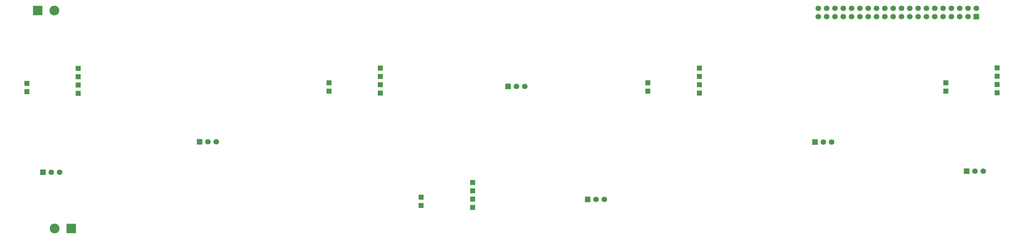
<source format=gbr>
%TF.GenerationSoftware,KiCad,Pcbnew,9.0.2*%
%TF.CreationDate,2025-07-16T22:13:36+02:00*%
%TF.ProjectId,fire,66697265-2e6b-4696-9361-645f70636258,rev?*%
%TF.SameCoordinates,Original*%
%TF.FileFunction,Soldermask,Bot*%
%TF.FilePolarity,Negative*%
%FSLAX46Y46*%
G04 Gerber Fmt 4.6, Leading zero omitted, Abs format (unit mm)*
G04 Created by KiCad (PCBNEW 9.0.2) date 2025-07-16 22:13:36*
%MOMM*%
%LPD*%
G01*
G04 APERTURE LIST*
%ADD10R,3.000000X3.000000*%
%ADD11C,3.000000*%
%ADD12R,1.500000X1.500000*%
%ADD13R,1.700000X1.700000*%
%ADD14C,1.700000*%
G04 APERTURE END LIST*
D10*
%TO.C,J9*%
X77515000Y-178300000D03*
D11*
X72435000Y-178300000D03*
%TD*%
D12*
%TO.C,KR4*%
X269350000Y-129325000D03*
X269350000Y-131865000D03*
X269350000Y-134405000D03*
X269350000Y-136945000D03*
X253650000Y-133825000D03*
X253650000Y-136365000D03*
%TD*%
D13*
%TO.C,J4*%
X116735000Y-151800000D03*
D14*
X119275000Y-151800000D03*
X121815000Y-151800000D03*
%TD*%
D13*
%TO.C,J3*%
X68860000Y-161100000D03*
D14*
X71400000Y-161100000D03*
X73940000Y-161100000D03*
%TD*%
D13*
%TO.C,J5*%
X210985000Y-134875000D03*
D14*
X213525000Y-134875000D03*
X216065000Y-134875000D03*
%TD*%
D12*
%TO.C,KR1*%
X79650000Y-129425000D03*
X79650000Y-131965000D03*
X79650000Y-134505000D03*
X79650000Y-137045000D03*
X63950000Y-133925000D03*
X63950000Y-136465000D03*
%TD*%
%TO.C,KR5*%
X360300000Y-129255000D03*
X360300000Y-131795000D03*
X360300000Y-134335000D03*
X360300000Y-136875000D03*
X344600000Y-133755000D03*
X344600000Y-136295000D03*
%TD*%
D13*
%TO.C,J6*%
X235260000Y-169425000D03*
D14*
X237800000Y-169425000D03*
X240340000Y-169425000D03*
%TD*%
D13*
%TO.C,J7*%
X304635000Y-151925000D03*
D14*
X307175000Y-151925000D03*
X309715000Y-151925000D03*
%TD*%
D12*
%TO.C,KR2*%
X171925000Y-129325000D03*
X171925000Y-131865000D03*
X171925000Y-134405000D03*
X171925000Y-136945000D03*
X156225000Y-133825000D03*
X156225000Y-136365000D03*
%TD*%
D13*
%TO.C,J8*%
X350960000Y-160800000D03*
D14*
X353500000Y-160800000D03*
X356040000Y-160800000D03*
%TD*%
D12*
%TO.C,KR3*%
X200100000Y-164250000D03*
X200100000Y-166790000D03*
X200100000Y-169330000D03*
X200100000Y-171870000D03*
X184400000Y-168750000D03*
X184400000Y-171290000D03*
%TD*%
D10*
%TO.C,J1*%
X67235000Y-111700000D03*
D11*
X72315000Y-111700000D03*
%TD*%
D13*
%TO.C,J2*%
X353970000Y-113575000D03*
D14*
X353970000Y-111035000D03*
X351430000Y-113575000D03*
X351430000Y-111035000D03*
X348890000Y-113575000D03*
X348890000Y-111035000D03*
X346350000Y-113575000D03*
X346350000Y-111035000D03*
X343810000Y-113575000D03*
X343810000Y-111035000D03*
X341270000Y-113575000D03*
X341270000Y-111035000D03*
X338730000Y-113575000D03*
X338730000Y-111035000D03*
X336190000Y-113575000D03*
X336190000Y-111035000D03*
X333650000Y-113575000D03*
X333650000Y-111035000D03*
X331110000Y-113575000D03*
X331110000Y-111035000D03*
X328570000Y-113575000D03*
X328570000Y-111035000D03*
X326030000Y-113575000D03*
X326030000Y-111035000D03*
X323490000Y-113575000D03*
X323490000Y-111035000D03*
X320950000Y-113575000D03*
X320950000Y-111035000D03*
X318410000Y-113575000D03*
X318410000Y-111035000D03*
X315870000Y-113575000D03*
X315870000Y-111035000D03*
X313330000Y-113575000D03*
X313330000Y-111035000D03*
X310790000Y-113575000D03*
X310790000Y-111035000D03*
X308250000Y-113575000D03*
X308250000Y-111035000D03*
X305710000Y-113575000D03*
X305710000Y-111035000D03*
%TD*%
M02*

</source>
